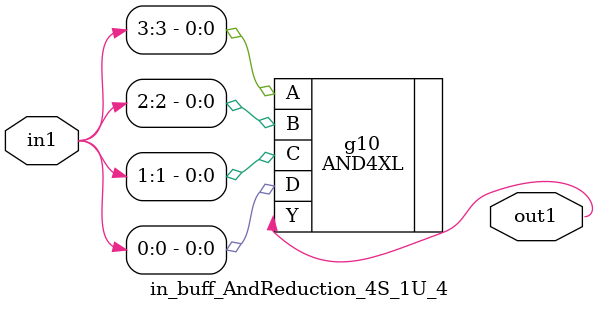
<source format=v>
`timescale 1ps / 1ps


module in_buff_AndReduction_4S_1U_4(in1, out1);
  input [3:0] in1;
  output out1;
  wire [3:0] in1;
  wire out1;
  AND4XL g10(.A (in1[3]), .B (in1[2]), .C (in1[1]), .D (in1[0]), .Y
       (out1));
endmodule



</source>
